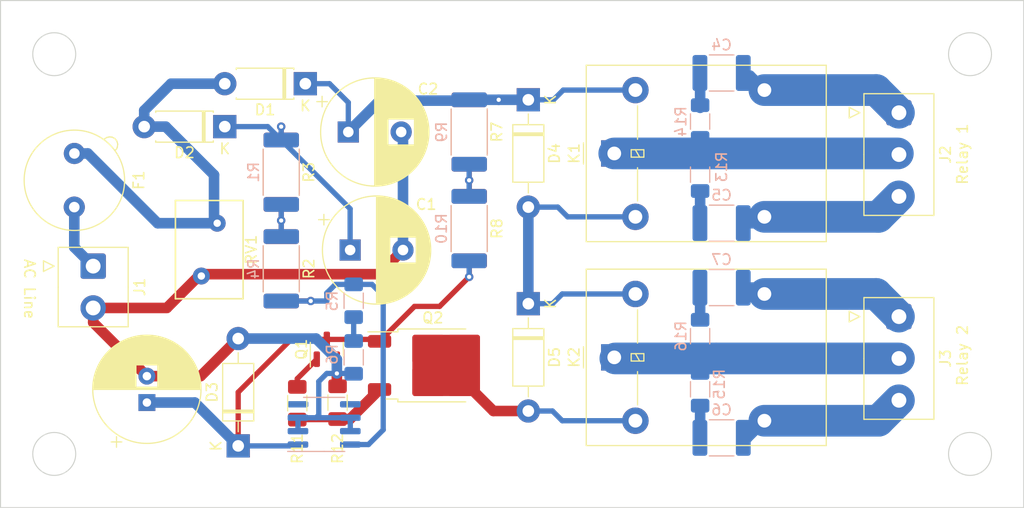
<source format=kicad_pcb>
(kicad_pcb (version 20221018) (generator pcbnew)
  (layers (0 "F.Cu" signal) (31 "B.Cu" signal) (34 "B.Paste" user) (35 "F.Paste" user) (36 "B.SilkS" user "B.Silkscreen") (37 "F.SilkS" user "F.Silkscreen") (38 "B.Mask" user) (39 "F.Mask" user) (44 "Edge.Cuts" user))
  (net 0 "")
  (net 1 "Net-(D1-K)")
  (net 2 "Net-(D3-A)")
  (net 3 "Net-(D3-K)")
  (net 4 "Net-(D1-A)")
  (net 5 "Net-(D2-K)")
  (net 6 "Net-(D4-A)")
  (net 7 "Net-(D5-A)")
  (net 8 "Net-(J2-Pin_1)")
  (net 9 "Net-(J2-Pin_2)")
  (net 10 "Net-(J2-Pin_3)")
  (net 11 "Net-(J3-Pin_1)")
  (net 12 "Net-(J3-Pin_2)")
  (net 13 "Net-(J3-Pin_3)")
  (net 14 "Net-(Q1-B)")
  (net 15 "Net-(Q2-S)")
  (net 16 "Net-(R1-Pad2)")
  (net 17 "Net-(U1-REF)")
  (net 18 "Net-(R5-Pad2)")
  (net 19 "Net-(R10-Pad1)")
  (net 20 "Net-(J1-Pin_1)")
  (net 21 "Net-(C5-Pad2)")
  (net 22 "Net-(C4-Pad2)")
  (net 23 "Net-(C6-Pad2)")
  (net 24 "Net-(C7-Pad2)")
  (footprint "Diode_THT:D_DO-41_SOD81_P10.16mm_Horizontal" (layer "F.Cu") (at 123.952 113.284 90)
    (fp_text reference "D3" (at 5.08 -2.47 90) (layer "F.SilkS"))
    (fp_text value "1N4742A")
    (fp_text user "K" (at 0 -2.1 90) (layer "F.SilkS"))
    (pad "1" thru_hole rect (at 0 0 90) (size 2.2 2.2) (drill 1.1) (layers "*.Cu" "*.Mask") (net 3 "Net-(D3-K)"))
    (pad "2" thru_hole oval (at 10.16 0 90) (size 2.2 2.2) (drill 1.1) (layers "*.Cu" "*.Mask") (net 2 "Net-(D3-A)"))
  )
  (footprint "Capacitor_THT:CP_Radial_D10.0mm_P5.00mm" (layer "F.Cu") (at 134.538323 94.742)
    (fp_text reference "C1" (at 7.193677 -4.318) (layer "F.SilkS"))
    (fp_text value "4u7")
    (pad "1" thru_hole rect (at 0 0) (size 2 2) (drill 1) (layers "*.Cu" "*.Mask") (net 5 "Net-(D2-K)"))
    (pad "2" thru_hole circle (at 5 0) (size 2 2) (drill 1) (layers "*.Cu" "*.Mask") (net 2 "Net-(D3-A)"))
  )
  (footprint "Resistor_SMD:R_2512_6332Metric_Pad1.40x3.35mm_HandSolder" (layer "F.Cu") (at 128.016 87.376 -90)
    (fp_text reference "R3" (at 0 -2.62 90) (layer "F.SilkS"))
    (fp_text value "560k")
    (pad "1" smd roundrect (at -3.05 0 270) (size 1.4 3.35) (layers "F.Cu" "F.Paste" "F.Mask") (roundrect_rratio 0.1785707143) (net 5 "Net-(D2-K)"))
    (pad "2" smd roundrect (at 3.05 0 270) (size 1.4 3.35) (layers "F.Cu" "F.Paste" "F.Mask") (roundrect_rratio 0.1785707143) (net 16 "Net-(R1-Pad2)"))
  )
  (footprint "Diode_THT:D_DO-41_SOD81_P7.62mm_Horizontal" (layer "F.Cu") (at 122.682 83.058 180)
    (fp_text reference "D2" (at 3.81 -2.47) (layer "F.SilkS"))
    (fp_text value "1N4007")
    (fp_text user "K" (at 0 -2.1) (layer "F.SilkS"))
    (pad "1" thru_hole rect (at 0 0 180) (size 2.2 2.2) (drill 1.1) (layers "*.Cu" "*.Mask") (net 5 "Net-(D2-K)"))
    (pad "2" thru_hole oval (at 7.62 0 180) (size 2.2 2.2) (drill 1.1) (layers "*.Cu" "*.Mask") (net 4 "Net-(D1-A)"))
  )
  (footprint "Resistor_SMD:R_1206_3216Metric_Pad1.30x1.75mm_HandSolder" (layer "F.Cu") (at 129.54 109.246 -90)
    (fp_text reference "R11" (at 4.292 0 -270) (layer "F.SilkS"))
    (fp_text value "100")
    (pad "1" smd roundrect (at -1.55 0 270) (size 1.3 1.75) (layers "F.Cu" "F.Paste" "F.Mask") (roundrect_rratio 0.1923076923) (net 14 "Net-(Q1-B)"))
    (pad "2" smd roundrect (at 1.55 0 270) (size 1.3 1.75) (layers "F.Cu" "F.Paste" "F.Mask") (roundrect_rratio 0.1923076923) (net 15 "Net-(Q2-S)"))
  )
  (footprint "Fuse:Fuseholder_TR5_Littelfuse_No560_No460" (layer "F.Cu") (at 108.448 90.678 90)
    (fp_text reference "F1" (at 2.54 6.106 90) (layer "F.SilkS"))
    (fp_text value "Fuse")
    (pad "1" thru_hole circle (at 0 0 90) (size 2 2) (drill 1) (layers "*.Cu" "*.Mask") (net 20 "Net-(J1-Pin_1)"))
    (pad "2" thru_hole circle (at 5.08 0.01 90) (size 2 2) (drill 1) (layers "*.Cu" "*.Mask") (net 4 "Net-(D1-A)"))
  )
  (footprint "Resistor_SMD:R_2512_6332Metric_Pad1.40x3.35mm_HandSolder" (layer "F.Cu") (at 145.8045 92.712 -90)
    (fp_text reference "R8" (at 0 -2.62 90) (layer "F.SilkS"))
    (fp_text value "100k")
    (pad "1" smd roundrect (at -3.05 0 270) (size 1.4 3.35) (layers "F.Cu" "F.Paste" "F.Mask") (roundrect_rratio 0.1785707143) (net 19 "Net-(R10-Pad1)"))
    (pad "2" smd roundrect (at 3.05 0 270) (size 1.4 3.35) (layers "F.Cu" "F.Paste" "F.Mask") (roundrect_rratio 0.1785707143) (net 3 "Net-(D3-K)"))
  )
  (footprint "Connector_TE-Connectivity:TE_826576-2_1x02_P3.96mm_Vertical" (layer "F.Cu") (at 110.236 96.266 -90)
    (fp_text reference "J1" (at 1.98 -4.4 90) (layer "F.SilkS"))
    (fp_text value "AC Line")
    (pad "1" thru_hole roundrect (at 0 0 270) (size 2.4 2.4) (drill 1.4) (layers "*.Cu" "*.Mask") (roundrect_rratio 0.1041670833) (net 20 "Net-(J1-Pin_1)"))
    (pad "2" thru_hole circle (at 3.96 0 270) (size 2.4 2.4) (drill 1.4) (layers "*.Cu" "*.Mask") (net 2 "Net-(D3-A)"))
  )
  (footprint "Diode_THT:D_DO-41_SOD81_P10.16mm_Horizontal" (layer "F.Cu") (at 151.3925 99.822 -90)
    (fp_text reference "D5" (at 5.08 -2.47 90) (layer "F.SilkS"))
    (fp_text value "1N4756A")
    (fp_text user "K" (at 0 -2.1 90) (layer "F.SilkS"))
    (pad "1" thru_hole rect (at 0 0 270) (size 2.2 2.2) (drill 1.1) (layers "*.Cu" "*.Mask") (net 6 "Net-(D4-A)"))
    (pad "2" thru_hole oval (at 10.16 0 270) (size 2.2 2.2) (drill 1.1) (layers "*.Cu" "*.Mask") (net 7 "Net-(D5-A)"))
  )
  (footprint "Resistor_SMD:R_2512_6332Metric_Pad1.40x3.35mm_HandSolder" (layer "F.Cu") (at 128.0245 96.518 -90)
    (fp_text reference "R2" (at 0 -2.62 90) (layer "F.SilkS"))
    (fp_text value "560k")
    (pad "1" smd roundrect (at -3.05 0 270) (size 1.4 3.35) (layers "F.Cu" "F.Paste" "F.Mask") (roundrect_rratio 0.1785707143) (net 16 "Net-(R1-Pad2)"))
    (pad "2" smd roundrect (at 3.05 0 270) (size 1.4 3.35) (layers "F.Cu" "F.Paste" "F.Mask") (roundrect_rratio 0.1785707143) (net 17 "Net-(U1-REF)"))
  )
  (footprint "Relay_THT:Relay_SPDT_Omron-G5LE-1" (layer "F.Cu") (at 159.5205 85.598 90)
    (fp_text reference "K1" (at 0 -3.8 90) (layer "F.SilkS"))
    (fp_text value "G5LE-1")
    (pad "1" thru_hole rect (at 0 0 90) (size 2.5 2.5) (drill 1.3) (layers "*.Cu" "*.Mask") (net 9 "Net-(J2-Pin_2)"))
    (pad "2" thru_hole oval (at -6 2 90) (size 2.5 2.5) (drill 1.3) (layers "*.Cu" "*.Mask") (net 6 "Net-(D4-A)"))
    (pad "3" thru_hole oval (at -6 14.2 90) (size 2.5 2.5) (drill 1.3) (layers "*.Cu" "*.Mask") (net 10 "Net-(J2-Pin_3)"))
    (pad "4" thru_hole oval (at 6 14.2 90) (size 2.5 2.5) (drill 1.3) (layers "*.Cu" "*.Mask") (net 8 "Net-(J2-Pin_1)"))
    (pad "5" thru_hole oval (at 6 2 90) (size 2.5 2.5) (drill 1.3) (layers "*.Cu" "*.Mask") (net 1 "Net-(D1-K)"))
  )
  (footprint "Diode_THT:D_DO-41_SOD81_P7.62mm_Horizontal" (layer "F.Cu") (at 130.302 78.994 180)
    (fp_text reference "D1" (at 3.81 -2.47) (layer "F.SilkS"))
    (fp_text value "1N4007")
    (fp_text user "K" (at 0 -2.1) (layer "F.SilkS"))
    (pad "1" thru_hole rect (at 0 0 180) (size 2.2 2.2) (drill 1.1) (layers "*.Cu" "*.Mask") (net 1 "Net-(D1-K)"))
    (pad "2" thru_hole oval (at 7.62 0 180) (size 2.2 2.2) (drill 1.1) (layers "*.Cu" "*.Mask") (net 4 "Net-(D1-A)"))
  )
  (footprint "Diode_THT:D_DO-41_SOD81_P10.16mm_Horizontal" (layer "F.Cu") (at 151.3925 80.518 -90)
    (fp_text reference "D4" (at 5.08 -2.47 90) (layer "F.SilkS"))
    (fp_text value "1N4756A")
    (fp_text user "K" (at 0 -2.1 90) (layer "F.SilkS"))
    (pad "1" thru_hole rect (at 0 0 270) (size 2.2 2.2) (drill 1.1) (layers "*.Cu" "*.Mask") (net 1 "Net-(D1-K)"))
    (pad "2" thru_hole oval (at 10.16 0 270) (size 2.2 2.2) (drill 1.1) (layers "*.Cu" "*.Mask") (net 6 "Net-(D4-A)"))
  )
  (footprint "Capacitor_THT:CP_Radial_D10.0mm_P2.50mm" (layer "F.Cu") (at 115.316 109.18 90)
    (fp_text reference "C3" hide)
    (fp_text value "100u")
    (pad "1" thru_hole rect (at 0 0 90) (size 1.6 1.6) (drill 0.8) (layers "*.Cu" "*.Mask") (net 3 "Net-(D3-K)"))
    (pad "2" thru_hole circle (at 2.5 0 90) (size 1.6 1.6) (drill 0.8) (layers "*.Cu" "*.Mask") (net 2 "Net-(D3-A)"))
  )
  (footprint "Package_TO_SOT_SMD:TO-252-2" (layer "F.Cu") (at 142.3615 105.665)
    (fp_text reference "Q2" (at 0 -4.5) (layer "F.SilkS"))
    (fp_text value "STD3NM60")
    (pad "1" smd roundrect (at -5.04 -2.28) (size 2.2 1.2) (layers "F.Cu" "F.Paste" "F.Mask") (roundrect_rratio 0.2083333333) (net 3 "Net-(D3-K)"))
    (pad "2" smd roundrect (at -0.415 -1.525) (size 3.05 2.75) (layers "F.Cu" "F.Paste") (roundrect_rratio 0.09090909091) (net 7 "Net-(D5-A)"))
    (pad "2" smd roundrect (at -0.415 1.525) (size 3.05 2.75) (layers "F.Cu" "F.Paste") (roundrect_rratio 0.09090909091) (net 7 "Net-(D5-A)"))
    (pad "2" smd roundrect (at 1.26 0) (size 6.4 5.8) (layers "F.Cu" "F.Mask") (roundrect_rratio 0.04310293103) (net 7 "Net-(D5-A)"))
    (pad "2" smd roundrect (at 2.935 -1.525) (size 3.05 2.75) (layers "F.Cu" "F.Paste") (roundrect_rratio 0.09090909091) (net 7 "Net-(D5-A)"))
    (pad "2" smd roundrect (at 2.935 1.525) (size 3.05 2.75) (layers "F.Cu" "F.Paste") (roundrect_rratio 0.09090909091) (net 7 "Net-(D5-A)"))
    (pad "3" smd roundrect (at -5.04 2.28) (size 2.2 1.2) (layers "F.Cu" "F.Paste" "F.Mask") (roundrect_rratio 0.2083333333) (net 15 "Net-(Q2-S)"))
  )
  (footprint "Relay_THT:Relay_SPDT_Omron-G5LE-1" (layer "F.Cu") (at 159.5205 104.902 90)
    (fp_text reference "K2" (at 0 -3.8 90) (layer "F.SilkS"))
    (fp_text value "G5LE-1")
    (pad "1" thru_hole rect (at 0 0 90) (size 2.5 2.5) (drill 1.3) (layers "*.Cu" "*.Mask") (net 12 "Net-(J3-Pin_2)"))
    (pad "2" thru_hole oval (at -6 2 90) (size 2.5 2.5) (drill 1.3) (layers "*.Cu" "*.Mask") (net 7 "Net-(D5-A)"))
    (pad "3" thru_hole oval (at -6 14.2 90) (size 2.5 2.5) (drill 1.3) (layers "*.Cu" "*.Mask") (net 13 "Net-(J3-Pin_3)"))
    (pad "4" thru_hole oval (at 6 14.2 90) (size 2.5 2.5) (drill 1.3) (layers "*.Cu" "*.Mask") (net 11 "Net-(J3-Pin_1)"))
    (pad "5" thru_hole oval (at 6 2 90) (size 2.5 2.5) (drill 1.3) (layers "*.Cu" "*.Mask") (net 6 "Net-(D4-A)"))
  )
  (footprint "Package_TO_SOT_SMD:SOT-23" (layer "F.Cu") (at 132.334 104.14 90)
    (fp_text reference "Q1" (at 0 -2.4 -270) (layer "F.SilkS"))
    (fp_text value "BC817")
    (pad "1" smd roundrect (at -0.9375 -0.95 90) (size 1.475 0.6) (layers "F.Cu" "F.Paste" "F.Mask") (net 14 "Net-(Q1-B)"))
    (pad "2" smd roundrect (at -0.9375 0.95 90) (size 1.475 0.6) (layers "F.Cu" "F.Paste" "F.Mask") (net 2 "Net-(D3-A)"))
    (pad "3" smd roundrect (at 0.9375 0 90) (size 1.475 0.6) (layers "F.Cu" "F.Paste" "F.Mask") (net 3 "Net-(D3-K)"))
  )
  (footprint "Varistor:RV_Disc_D9mm_W6.1mm_P5mm" (layer "F.Cu") (at 120.466 97.202 90)
    (fp_text reference "RV1" (at 2.5 4.72 90) (layer "F.SilkS"))
    (fp_text value "271")
    (pad "1" thru_hole circle (at 0 0 90) (size 1.6 1.6) (drill 0.7) (layers "*.Cu" "*.Mask") (net 2 "Net-(D3-A)"))
    (pad "2" thru_hole circle (at 5 1.5 180) (size 1.6 1.6) (drill 0.7) (layers "*.Cu" "*.Mask") (net 4 "Net-(D1-A)"))
  )
  (footprint "Resistor_SMD:R_1206_3216Metric_Pad1.30x1.75mm_HandSolder" (layer "F.Cu") (at 133.35 109.194 90)
    (fp_text reference "R12" (at -4.344 0 90) (layer "F.SilkS"))
    (fp_text value "82")
    (pad "1" smd roundrect (at -1.55 0 90) (size 1.3 1.75) (layers "F.Cu" "F.Paste" "F.Mask") (roundrect_rratio 0.1923076923) (net 15 "Net-(Q2-S)"))
    (pad "2" smd roundrect (at 1.55 0 90) (size 1.3 1.75) (layers "F.Cu" "F.Paste" "F.Mask") (roundrect_rratio 0.1923076923) (net 2 "Net-(D3-A)"))
  )
  (footprint "Capacitor_THT:CP_Radial_D10.0mm_P5.00mm" (layer "F.Cu") (at 134.366 83.566)
    (fp_text reference "C2" (at 7.54 -4.064) (layer "F.SilkS"))
    (fp_text value "4u7")
    (pad "1" thru_hole rect (at 0 0) (size 2 2) (drill 1) (layers "*.Cu" "*.Mask") (net 1 "Net-(D1-K)"))
    (pad "2" thru_hole circle (at 5 0) (size 2 2) (drill 1) (layers "*.Cu" "*.Mask") (net 2 "Net-(D3-A)"))
  )
  (footprint "Resistor_SMD:R_2512_6332Metric_Pad1.40x3.35mm_HandSolder" (layer "F.Cu") (at 145.796 83.566 -90)
    (fp_text reference "R7" (at 0 -2.62 90) (layer "F.SilkS"))
    (fp_text value "100k")
    (pad "1" smd roundrect (at -3.05 0 270) (size 1.4 3.35) (layers "F.Cu" "F.Paste" "F.Mask") (roundrect_rratio 0.1785707143) (net 1 "Net-(D1-K)"))
    (pad "2" smd roundrect (at 3.05 0 270) (size 1.4 3.35) (layers "F.Cu" "F.Paste" "F.Mask") (roundrect_rratio 0.1785707143) (net 19 "Net-(R10-Pad1)"))
  )
  (footprint "Connector_TE-Connectivity:TE_826576-3_1x03_P3.96mm_Vertical" (layer "F.Cu") (at 186.4445 81.742 -90)
    (fp_text reference "J2" (at 3.96 -4.4 90) (layer "F.SilkS"))
    (fp_text value "Conn_01x03")
    (pad "1" thru_hole roundrect (at 0 0 270) (size 2.4 2.4) (drill 1.4) (layers "*.Cu" "*.Mask") (roundrect_rratio 0.1041670833) (net 8 "Net-(J2-Pin_1)"))
    (pad "2" thru_hole circle (at 3.96 0 270) (size 2.4 2.4) (drill 1.4) (layers "*.Cu" "*.Mask") (net 9 "Net-(J2-Pin_2)"))
    (pad "3" thru_hole circle (at 7.92 0 270) (size 2.4 2.4) (drill 1.4) (layers "*.Cu" "*.Mask") (net 10 "Net-(J2-Pin_3)"))
  )
  (footprint "Connector_TE-Connectivity:TE_826576-3_1x03_P3.96mm_Vertical" (layer "F.Cu") (at 186.4445 101.046 -90)
    (fp_text reference "J3" (at 3.96 -4.4 90) (layer "F.SilkS"))
    (fp_text value "Conn_01x03")
    (pad "1" thru_hole roundrect (at 0 0 270) (size 2.4 2.4) (drill 1.4) (layers "*.Cu" "*.Mask") (roundrect_rratio 0.1041670833) (net 11 "Net-(J3-Pin_1)"))
    (pad "2" thru_hole circle (at 3.96 0 270) (size 2.4 2.4) (drill 1.4) (layers "*.Cu" "*.Mask") (net 12 "Net-(J3-Pin_2)"))
    (pad "3" thru_hole circle (at 7.92 0 270) (size 2.4 2.4) (drill 1.4) (layers "*.Cu" "*.Mask") (net 13 "Net-(J3-Pin_3)"))
  )
  (footprint "Resistor_SMD:R_1206_3216Metric_Pad1.30x1.75mm_HandSolder" (layer "B.Cu") (at 167.64 102.896 -90)
    (fp_text reference "R16" (at 0 1.82 90) (layer "B.SilkS") (effects (justify mirror)))
    (fp_text value "100")
    (pad "1" smd roundrect (at -1.55 0 270) (size 1.3 1.75) (layers "B.Cu" "B.Paste" "B.Mask") (roundrect_rratio 0.1923076923) (net 24 "Net-(C7-Pad2)"))
    (pad "2" smd roundrect (at 1.55 0 270) (size 1.3 1.75) (layers "B.Cu" "B.Paste" "B.Mask") (roundrect_rratio 0.1923076923) (net 12 "Net-(J3-Pin_2)"))
  )
  (footprint "Resistor_SMD:R_1206_3216Metric_Pad1.30x1.75mm_HandSolder" (layer "B.Cu") (at 134.874 99.542 -90)
    (fp_text reference "R5" (at 0.026 2.032 90) (layer "B.SilkS") (effects (justify mirror)))
    (fp_text value "6k8")
    (pad "1" smd roundrect (at -1.55 0 270) (size 1.3 1.75) (layers "B.Cu" "B.Paste" "B.Mask") (roundrect_rratio 0.1923076923) (net 17 "Net-(U1-REF)"))
    (pad "2" smd roundrect (at 1.55 0 270) (size 1.3 1.75) (layers "B.Cu" "B.Paste" "B.Mask") (roundrect_rratio 0.1923076923) (net 18 "Net-(R5-Pad2)"))
  )
  (footprint "Capacitor_SMD:C_1812_4532Metric" (layer "B.Cu") (at 169.672 77.978 180)
    (fp_text reference "C4" (at 0 2.65) (layer "B.SilkS") (effects (justify mirror)))
    (fp_text value "100n")
    (pad "1" smd roundrect (at -2.05 0 180) (size 1.4 3.4) (layers "B.Cu" "B.Paste" "B.Mask") (roundrect_rratio 0.1785707143) (net 8 "Net-(J2-Pin_1)"))
    (pad "2" smd roundrect (at 2.05 0 180) (size 1.4 3.4) (layers "B.Cu" "B.Paste" "B.Mask") (roundrect_rratio 0.1785707143) (net 22 "Net-(C4-Pad2)"))
  )
  (footprint "Resistor_SMD:R_1206_3216Metric_Pad1.30x1.75mm_HandSolder" (layer "B.Cu") (at 167.64 87.604 90)
    (fp_text reference "R13" (at 0.736 2.032 90) (layer "B.SilkS") (effects (justify mirror)))
    (fp_text value "100")
    (pad "1" smd roundrect (at -1.55 0 90) (size 1.3 1.75) (layers "B.Cu" "B.Paste" "B.Mask") (roundrect_rratio 0.1923076923) (net 21 "Net-(C5-Pad2)"))
    (pad "2" smd roundrect (at 1.55 0 90) (size 1.3 1.75) (layers "B.Cu" "B.Paste" "B.Mask") (roundrect_rratio 0.1923076923) (net 9 "Net-(J2-Pin_2)"))
  )
  (footprint "Resistor_SMD:R_1206_3216Metric_Pad1.30x1.75mm_HandSolder" (layer "B.Cu") (at 167.64 107.924 90)
    (fp_text reference "R15" (at 0.482 1.82 90) (layer "B.SilkS") (effects (justify mirror)))
    (fp_text value "100")
    (pad "1" smd roundrect (at -1.55 0 90) (size 1.3 1.75) (layers "B.Cu" "B.Paste" "B.Mask") (roundrect_rratio 0.1923076923) (net 23 "Net-(C6-Pad2)"))
    (pad "2" smd roundrect (at 1.55 0 90) (size 1.3 1.75) (layers "B.Cu" "B.Paste" "B.Mask") (roundrect_rratio 0.1923076923) (net 12 "Net-(J3-Pin_2)"))
  )
  (footprint "Resistor_SMD:R_1206_3216Metric_Pad1.30x1.75mm_HandSolder" (layer "B.Cu") (at 134.874 104.902 -90)
    (fp_text reference "R6" (at -0.28 2.032 90) (layer "B.SilkS") (effects (justify mirror)))
    (fp_text value "470")
    (pad "1" smd roundrect (at -1.55 0 270) (size 1.3 1.75) (layers "B.Cu" "B.Paste" "B.Mask") (roundrect_rratio 0.1923076923) (net 18 "Net-(R5-Pad2)"))
    (pad "2" smd roundrect (at 1.55 0 270) (size 1.3 1.75) (layers "B.Cu" "B.Paste" "B.Mask") (roundrect_rratio 0.1923076923) (net 2 "Net-(D3-A)"))
  )
  (footprint "Package_SO:SOIC-8_3.9x4.9mm_P1.27mm" (layer "B.Cu") (at 132.08 111.252)
    (fp_text reference "U1" hide)
    (fp_text value "TL431D")
    (pad "1" smd roundrect (at -2.475 1.905) (size 1.95 0.6) (layers "B.Cu" "B.Paste" "B.Mask") (net 3 "Net-(D3-K)"))
    (pad "2" smd roundrect (at -2.475 0.635) (size 1.95 0.6) (layers "B.Cu" "B.Paste" "B.Mask") (net 2 "Net-(D3-A)"))
    (pad "3" smd roundrect (at -2.475 -0.635) (size 1.95 0.6) (layers "B.Cu" "B.Paste" "B.Mask") (net 2 "Net-(D3-A)"))
    (pad "4" smd roundrect (at -2.475 -1.905) (size 1.95 0.6) (layers "B.Cu" "B.Paste" "B.Mask"))
    (pad "5" smd roundrect (at 2.475 -1.905) (size 1.95 0.6) (layers "B.Cu" "B.Paste" "B.Mask"))
    (pad "6" smd roundrect (at 2.475 -0.635) (size 1.95 0.6) (layers "B.Cu" "B.Paste" "B.Mask") (net 2 "Net-(D3-A)"))
    (pad "7" smd roundrect (at 2.475 0.635) (size 1.95 0.6) (layers "B.Cu" "B.Paste" "B.Mask") (net 2 "Net-(D3-A)"))
    (pad "8" smd roundrect (at 2.475 1.905) (size 1.95 0.6) (layers "B.Cu" "B.Paste" "B.Mask") (net 17 "Net-(U1-REF)"))
  )
  (footprint "Resistor_SMD:R_1206_3216Metric_Pad1.30x1.75mm_HandSolder" (layer "B.Cu") (at 167.64 82.576 -90)
    (fp_text reference "R14" (at 0 1.82 90) (layer "B.SilkS") (effects (justify mirror)))
    (fp_text value "100")
    (pad "1" smd roundrect (at -1.55 0 270) (size 1.3 1.75) (layers "B.Cu" "B.Paste" "B.Mask") (roundrect_rratio 0.1923076923) (net 22 "Net-(C4-Pad2)"))
    (pad "2" smd roundrect (at 1.55 0 270) (size 1.3 1.75) (layers "B.Cu" "B.Paste" "B.Mask") (roundrect_rratio 0.1923076923) (net 9 "Net-(J2-Pin_2)"))
  )
  (footprint "Resistor_SMD:R_2512_6332Metric_Pad1.40x3.35mm_HandSolder" (layer "B.Cu") (at 145.796 92.712 -90)
    (fp_text reference "R10" (at 0 2.62 90) (layer "B.SilkS") (effects (justify mirror)))
    (fp_text value "100k")
    (pad "1" smd roundrect (at -3.05 0 270) (size 1.4 3.35) (layers "B.Cu" "B.Paste" "B.Mask") (roundrect_rratio 0.1785707143) (net 19 "Net-(R10-Pad1)"))
    (pad "2" smd roundrect (at 3.05 0 270) (size 1.4 3.35) (layers "B.Cu" "B.Paste" "B.Mask") (roundrect_rratio 0.1785707143) (net 3 "Net-(D3-K)"))
  )
  (footprint "Resistor_SMD:R_2512_6332Metric_Pad1.40x3.35mm_HandSolder" (layer "B.Cu") (at 145.8045 83.568 -90)
    (fp_text reference "R9" (at 0 2.62 90) (layer "B.SilkS") (effects (justify mirror)))
    (fp_text value "100k")
    (pad "1" smd roundrect (at -3.05 0 270) (size 1.4 3.35) (layers "B.Cu" "B.Paste" "B.Mask") (roundrect_rratio 0.1785707143) (net 1 "Net-(D1-K)"))
    (pad "2" smd roundrect (at 3.05 0 270) (size 1.4 3.35) (layers "B.Cu" "B.Paste" "B.Mask") (roundrect_rratio 0.1785707143) (net 19 "Net-(R10-Pad1)"))
  )
  (footprint "Capacitor_SMD:C_1812_4532Metric" (layer "B.Cu") (at 169.672 92.202 180)
    (fp_text reference "C5" (at 0 2.65) (layer "B.SilkS") (effects (justify mirror)))
    (fp_text value "100n")
    (pad "1" smd roundrect (at -2.05 0 180) (size 1.4 3.4) (layers "B.Cu" "B.Paste" "B.Mask") (roundrect_rratio 0.1785707143) (net 10 "Net-(J2-Pin_3)"))
    (pad "2" smd roundrect (at 2.05 0 180) (size 1.4 3.4) (layers "B.Cu" "B.Paste" "B.Mask") (roundrect_rratio 0.1785707143) (net 21 "Net-(C5-Pad2)"))
  )
  (footprint "Capacitor_SMD:C_1812_4532Metric" (layer "B.Cu") (at 169.672 98.298 180)
    (fp_text reference "C7" (at 0 2.65) (layer "B.SilkS") (effects (justify mirror)))
    (fp_text value "100n")
    (pad "1" smd roundrect (at -2.05 0 180) (size 1.4 3.4) (layers "B.Cu" "B.Paste" "B.Mask") (roundrect_rratio 0.1785707143) (net 11 "Net-(J3-Pin_1)"))
    (pad "2" smd roundrect (at 2.05 0 180) (size 1.4 3.4) (layers "B.Cu" "B.Paste" "B.Mask") (roundrect_rratio 0.1785707143) (net 24 "Net-(C7-Pad2)"))
  )
  (footprint "Capacitor_SMD:C_1812_4532Metric" (layer "B.Cu") (at 169.672 112.522 180)
    (fp_text reference "C6" (at 0 2.65) (layer "B.SilkS") (effects (justify mirror)))
    (fp_text value "100n")
    (pad "1" smd roundrect (at -2.05 0 180) (size 1.4 3.4) (layers "B.Cu" "B.Paste" "B.Mask") (roundrect_rratio 0.1785707143) (net 13 "Net-(J3-Pin_3)"))
    (pad "2" smd roundrect (at 2.05 0 180) (size 1.4 3.4) (layers "B.Cu" "B.Paste" "B.Mask") (roundrect_rratio 0.1785707143) (net 23 "Net-(C6-Pad2)"))
  )
  (footprint "Resistor_SMD:R_2512_6332Metric_Pad1.40x3.35mm_HandSolder" (layer "B.Cu") (at 128.0245 87.374 -90)
    (fp_text reference "R1" (at 0 2.62 90) (layer "B.SilkS") (effects (justify mirror)))
    (fp_text value "560k")
    (pad "1" smd roundrect (at -3.05 0 270) (size 1.4 3.35) (layers "B.Cu" "B.Paste" "B.Mask") (roundrect_rratio 0.1785707143) (net 5 "Net-(D2-K)"))
    (pad "2" smd roundrect (at 3.05 0 270) (size 1.4 3.35) (layers "B.Cu" "B.Paste" "B.Mask") (roundrect_rratio 0.1785707143) (net 16 "Net-(R1-Pad2)"))
  )
  (footprint "Resistor_SMD:R_2512_6332Metric_Pad1.40x3.35mm_HandSolder" (layer "B.Cu") (at 128.0245 96.518 -90)
    (fp_text reference "R4" (at 0 2.62 90) (layer "B.SilkS") (effects (justify mirror)))
    (fp_text value "560k")
    (pad "1" smd roundrect (at -3.05 0 270) (size 1.4 3.35) (layers "B.Cu" "B.Paste" "B.Mask") (roundrect_rratio 0.1785707143) (net 16 "Net-(R1-Pad2)"))
    (pad "2" smd roundrect (at 3.05 0 270) (size 1.4 3.35) (layers "B.Cu" "B.Paste" "B.Mask") (roundrect_rratio 0.1785707143) (net 17 "Net-(U1-REF)"))
  )
  (gr_circle (center 193.167 114.046) (end 191.135 114.046) (stroke (width 0.1)) (fill none) (layer "Edge.Cuts"))
  (gr_circle (center 106.553 76.2) (end 108.585 76.2) (stroke (width 0.1)) (fill none) (layer "Edge.Cuts"))
  (gr_circle (center 193.167 76.2) (end 193.167 78.232) (stroke (width 0.1)) (fill none) (layer "Edge.Cuts"))
  (gr_rect (start 101.473 71.12) (end 198.247 119.126) (stroke (width 0.1)) (fill none) (layer "Edge.Cuts"))
  (gr_circle (center 106.553 114.046) (end 106.553 112.014) (stroke (width 0.1)) (fill none) (layer "Edge.Cuts"))
  (gr_text "Relay 1" (at 193.04 88.646 90) (layer "F.SilkS") (effects (font (size 1 1)) (justify left bottom)))
  (gr_text "AC Line" (at 103.632 95.504 -90) (layer "F.SilkS") (effects (font (size 1 1)) (justify left bottom)))
  (gr_text "Relay 2" (at 193.04 107.696 90) (layer "F.SilkS") (effects (font (size 1 1)) (justify left bottom)))
  (segment (start 148.59 80.518) (end 145.796 80.518) (width 0.5) (layer "F.Cu") (net 1))
  (via (at 148.59 80.518) (size 0.8) (drill 0.4) (layers "F.Cu" "B.Cu") (net 1))
  (segment (start 154.6945 79.598) (end 153.7745 80.518) (width 0.5) (layer "B.Cu") (net 1))
  (segment (start 153.7745 80.518) (end 151.3925 80.518) (width 0.5) (layer "B.Cu") (net 1))
  (segment (start 134.366 83.566) (end 137.334 80.598) (width 1) (layer "B.Cu") (net 1))
  (segment (start 132.588 78.994) (end 130.302 78.994) (width 0.5) (layer "B.Cu") (net 1))
  (segment (start 148.59 80.518) (end 151.3925 80.518) (width 1) (layer "B.Cu") (net 1))
  (segment (start 154.6945 79.598) (end 161.5205 79.598) (width 0.5) (layer "B.Cu") (net 1))
  (segment (start 134.366 83.566) (end 134.366 80.772) (width 0.5) (layer "B.Cu") (net 1))
  (segment (start 145.8045 80.518) (end 148.59 80.518) (width 1) (layer "B.Cu") (net 1))
  (segment (start 137.334 80.598) (end 145.7245 80.598) (width 1) (layer "B.Cu") (net 1))
  (segment (start 145.7245 80.598) (end 145.8045 80.518) (width 0.5) (layer "B.Cu") (net 1))
  (segment (start 134.366 80.772) (end 132.588 78.994) (width 0.5) (layer "B.Cu") (net 1))
  (segment (start 133.284 106.426) (end 133.284 105.0775) (width 0.5) (layer "F.Cu") (net 2))
  (segment (start 120.396 106.68) (end 123.952 103.124) (width 1) (layer "F.Cu") (net 2))
  (segment (start 133.284 107.578) (end 133.35 107.644) (width 0.5) (layer "F.Cu") (net 2))
  (segment (start 137.252323 97.028) (end 139.538323 94.742) (width 1) (layer "F.Cu") (net 2))
  (segment (start 110.236 100.226) (end 117.198 100.226) (width 1) (layer "F.Cu") (net 2))
  (segment (start 110.236 101.6) (end 115.316 106.68) (width 1) (layer "F.Cu") (net 2))
  (segment (start 110.236 100.226) (end 110.236 101.6) (width 1) (layer "F.Cu") (net 2))
  (segment (start 115.316 106.68) (end 120.396 106.68) (width 1) (layer "F.Cu") (net 2))
  (segment (start 133.284 106.426) (end 133.284 107.578) (width 1) (layer "F.Cu") (net 2))
  (segment (start 117.198 100.226) (end 120.396 97.028) (width 1) (layer "F.Cu") (net 2))
  (segment (start 120.396 97.028) (end 137.252323 97.028) (width 1) (layer "F.Cu") (net 2))
  (via (at 133.284 106.426) (size 0.8) (drill 0.4) (layers "F.Cu" "B.Cu") (net 2))
  (segment (start 133.284 106.426) (end 133.284 105.09) (width 1) (layer "B.Cu") (net 2))
  (segment (start 134.848 106.426) (end 134.874 106.452) (width 0.5) (layer "B.Cu") (net 2))
  (segment (start 139.538323 83.738323) (end 139.366 83.566) (width 0.5) (layer "B.Cu") (net 2))
  (segment (start 129.605 110.617) (end 131.318 110.617) (width 0.5) (layer "B.Cu") (net 2))
  (segment (start 131.572 110.363) (end 131.318 110.617) (width 0.5) (layer "B.Cu") (net 2))
  (segment (start 133.284 106.426) (end 132.334 106.426) (width 0.5) (layer "B.Cu") (net 2))
  (segment (start 132.334 106.426) (end 131.572 107.188) (width 0.5) (layer "B.Cu") (net 2))
  (segment (start 139.538323 94.742) (end 139.538323 83.738323) (width 1) (layer "B.Cu") (net 2))
  (segment (start 131.572 107.188) (end 131.572 110.363) (width 0.5) (layer "B.Cu") (net 2))
  (segment (start 133.284 105.09) (end 131.318 103.124) (width 1) (layer "B.Cu") (net 2))
  (segment (start 131.318 103.124) (end 123.952 103.124) (width 1) (layer "B.Cu") (net 2))
  (segment (start 129.605 111.887) (end 129.605 110.617) (width 0.5) (layer "B.Cu") (net 2))
  (segment (start 134.555 111.887) (end 134.555 110.617) (width 0.5) (layer "B.Cu") (net 2))
  (segment (start 133.284 106.426) (end 134.848 106.426) (width 0.5) (layer "B.Cu") (net 2))
  (segment (start 131.318 110.617) (end 134.555 110.617) (width 0.5) (layer "B.Cu") (net 2))
  (segment (start 145.8045 97.2735) (end 145.8045 95.762) (width 0.5) (layer "F.Cu") (net 3))
  (segment (start 132.334 103.2025) (end 128.9535 103.2025) (width 0.5) (layer "F.Cu") (net 3))
  (segment (start 123.952 108.204) (end 123.952 113.284) (width 0.5) (layer "F.Cu") (net 3))
  (segment (start 128.9535 103.2025) (end 123.952 108.204) (width 0.5) (layer "F.Cu") (net 3))
  (segment (start 143.002 100.076) (end 145.796 97.282) (width 0.5) (layer "F.Cu") (net 3))
  (segment (start 145.796 97.282) (end 145.8045 97.2735) (width 0.5) (layer "F.Cu") (net 3))
  (segment (start 137.3215 103.385) (end 140.6305 100.076) (width 0.5) (layer "F.Cu") (net 3))
  (segment (start 140.6305 100.076) (end 143.002 100.076) (width 0.5) (layer "F.Cu") (net 3))
  (segment (start 137.139 103.2025) (end 137.3215 103.385) (width 0.5) (layer "F.Cu") (net 3))
  (segment (start 132.334 103.2025) (end 137.139 103.2025) (width 0.5) (layer "F.Cu") (net 3))
  (via (at 145.796 97.282) (size 0.8) (drill 0.4) (layers "F.Cu" "B.Cu") (net 3))
  (segment (start 129.478 113.284) (end 129.605 113.157) (width 0.5) (layer "B.Cu") (net 3))
  (segment (start 145.796 95.762) (end 145.796 97.282) (width 0.5) (layer "B.Cu") (net 3))
  (segment (start 115.316 109.18) (end 119.848 109.18) (width 1) (layer "B.Cu") (net 3))
  (segment (start 123.952 113.284) (end 129.478 113.284) (width 0.5) (layer "B.Cu") (net 3))
  (segment (start 119.848 109.18) (end 123.952 113.284) (width 1) (layer "B.Cu") (net 3))
  (segment (start 115.062 81.534) (end 117.602 78.994) (width 1) (layer "B.Cu") (net 4))
  (segment (start 109.728 85.598) (end 116.332 92.202) (width 1) (layer "B.Cu") (net 4))
  (segment (start 117.094 83.058) (end 121.666 87.63) (width 1) (layer "B.Cu") (net 4))
  (segment (start 121.666 87.63) (end 121.666 92.202) (width 1) (layer "B.Cu") (net 4))
  (segment (start 117.602 78.994) (end 122.682 78.994) (width 1) (layer "B.Cu") (net 4))
  (segment (start 115.062 83.058) (end 117.094 83.058) (width 1) (layer "B.Cu") (net 4))
  (segment (start 115.062 83.058) (end 115.062 81.534) (width 1) (layer "B.Cu") (net 4))
  (segment (start 108.458 85.598) (end 109.728 85.598) (width 1) (layer "B.Cu") (net 4))
  (segment (start 116.332 92.202) (end 121.666 92.202) (width 1) (layer "B.Cu") (net 4))
  (segment (start 128.016 83.058) (end 128.016 84.326) (width 0.5) (layer "F.Cu") (net 5))
  (via (at 128.016 83.058) (size 0.8) (drill 0.4) (layers "F.Cu" "B.Cu") (net 5))
  (segment (start 128.016 83.058) (end 128.0245 83.0665) (width 0.5) (layer "B.Cu") (net 5))
  (segment (start 134.538323 90.837823) (end 134.538323 94.742) (width 0.5) (layer "B.Cu") (net 5))
  (segment (start 128.0205 84.328) (end 128.0245 84.324) (width 0.5) (layer "B.Cu") (net 5))
  (segment (start 126.748 83.058) (end 128.016 84.326) (width 0.5) (layer "B.Cu") (net 5))
  (segment (start 128.0245 84.324) (end 134.538323 90.837823) (width 0.5) (layer "B.Cu") (net 5))
  (segment (start 122.682 83.058) (end 126.748 83.058) (width 0.5) (layer "B.Cu") (net 5))
  (segment (start 128.0245 84.324) (end 128.016 83.058) (width 0.5) (layer "B.Cu") (net 5))
  (segment (start 151.3925 90.678) (end 154.1865 90.678) (width 0.5) (layer "B.Cu") (net 6))
  (segment (start 151.3925 99.822) (end 151.3925 90.678) (width 1) (layer "B.Cu") (net 6))
  (segment (start 155.1065 91.598) (end 161.5205 91.598) (width 0.5) (layer "B.Cu") (net 6))
  (segment (start 154.5985 98.902) (end 153.6785 99.822) (width 0.5) (layer "B.Cu") (net 6))
  (segment (start 154.1865 90.678) (end 155.1065 91.598) (width 0.5) (layer "B.Cu") (net 6))
  (segment (start 161.5205 98.902) (end 154.5985 98.902) (width 0.5) (layer "B.Cu") (net 6))
  (segment (start 153.6785 99.822) (end 151.3925 99.822) (width 0.5) (layer "B.Cu") (net 6))
  (segment (start 145.2965 107.19) (end 148.0885 109.982) (width 1) (layer "F.Cu") (net 7))
  (segment (start 148.0885 109.982) (end 151.3925 109.982) (width 1) (layer "F.Cu") (net 7))
  (segment (start 154.5985 110.902) (end 161.5205 110.902) (width 0.5) (layer "B.Cu") (net 7))
  (segment (start 153.6785 109.982) (end 154.5985 110.902) (width 0.5) (layer "B.Cu") (net 7))
  (segment (start 151.3925 109.982) (end 153.6785 109.982) (width 0.5) (layer "B.Cu") (net 7))
  (segment (start 184.3005 79.598) (end 186.4445 81.742) (width 3) (layer "B.Cu") (net 8))
  (segment (start 173.7205 79.598) (end 184.3005 79.598) (width 3) (layer "B.Cu") (net 8))
  (segment (start 171.722 78.232) (end 172.3545 78.232) (width 1) (layer "B.Cu") (net 8))
  (segment (start 172.3545 78.232) (end 173.7205 79.598) (width 1) (layer "B.Cu") (net 8))
  (segment (start 159.5205 85.598) (end 186.3405 85.598) (width 3) (layer "B.Cu") (net 9))
  (segment (start 186.3405 85.598) (end 186.4445 85.702) (width 0.5) (layer "B.Cu") (net 9))
  (segment (start 167.64 86.054) (end 167.64 85.396) (width 1) (layer "B.Cu") (net 9))
  (segment (start 184.5085 91.598) (end 186.4445 89.662) (width 3) (layer "B.Cu") (net 10))
  (segment (start 173.1165 92.202) (end 173.7205 91.598) (width 1) (layer "B.Cu") (net 10))
  (segment (start 171.722 92.202) (end 173.1165 92.202) (width 1) (layer "B.Cu") (net 10))
  (segment (start 173.7205 91.598) (end 184.5085 91.598) (width 3) (layer "B.Cu") (net 10))
  (segment (start 173.7205 98.902) (end 184.3005 98.902) (width 3) (layer "B.Cu") (net 11))
  (segment (start 171.722 98.298) (end 173.1165 98.298) (width 1) (layer "B.Cu") (net 11))
  (segment (start 173.1165 98.298) (end 173.7205 98.902) (width 1) (layer "B.Cu") (net 11))
  (segment (start 184.3005 98.902) (end 186.4445 101.046) (width 3) (layer "B.Cu") (net 11))
  (segment (start 169.164 105.006) (end 159.6245 105.006) (width 3) (layer "B.Cu") (net 12))
  (segment (start 168.812 105.358) (end 169.164 105.006) (width 1) (layer "B.Cu") (net 12))
  (segment (start 159.6245 105.006) (end 159.5205 104.902) (width 0.5) (layer "B.Cu") (net 12))
  (segment (start 186.4445 105.006) (end 169.164 105.006) (width 3) (layer "B.Cu") (net 12))
  (segment (start 167.64 105.358) (end 168.812 105.358) (width 1) (layer "B.Cu") (net 12))
  (segment (start 167.64 104.446) (end 167.64 105.358) (width 1) (layer "B.Cu") (net 12))
  (segment (start 184.5085 110.902) (end 186.4445 108.966) (width 3) (layer "B.Cu") (net 13))
  (segment (start 172.1005 112.522) (end 173.7205 110.902) (width 1) (layer "B.Cu") (net 13))
  (segment (start 171.722 112.522) (end 172.1005 112.522) (width 1) (layer "B.Cu") (net 13))
  (segment (start 173.7205 110.902) (end 184.5085 110.902) (width 3) (layer "B.Cu") (net 13))
  (segment (start 129.54 107.696) (end 129.54 106.9215) (width 0.5) (layer "F.Cu") (net 14))
  (segment (start 129.54 106.9215) (end 131.384 105.0775) (width 0.5) (layer "F.Cu") (net 14))
  (segment (start 134.5225 110.744) (end 137.3215 107.945) (width 1) (layer "F.Cu") (net 15))
  (segment (start 129.54 110.796) (end 133.298 110.796) (width 0.5) (layer "F.Cu") (net 15))
  (segment (start 133.298 110.796) (end 133.35 110.744) (width 0.5) (layer "F.Cu") (net 15))
  (segment (start 133.35 110.744) (end 134.5225 110.744) (width 1) (layer "F.Cu") (net 15))
  (segment (start 128.016 93.4595) (end 128.0245 93.468) (width 0.5) (layer "F.Cu") (net 16))
  (segment (start 128.016 91.948) (end 128.016 93.4595) (width 0.5) (layer "F.Cu") (net 16))
  (segment (start 128.016 91.948) (end 128.016 90.426) (width 0.5) (layer "F.Cu") (net 16))
  (via (at 128.016 91.948) (size 0.8) (drill 0.4) (layers "F.Cu" "B.Cu") (net 16))
  (segment (start 128.016 91.948) (end 128.0245 91.9395) (width 0.5) (layer "B.Cu") (net 16))
  (segment (start 128.0245 91.9565) (end 128.016 91.948) (width 0.5) (layer "B.Cu") (net 16))
  (segment (start 128.0245 91.9395) (end 128.0245 90.424) (width 0.5) (layer "B.Cu") (net 16))
  (segment (start 128.0205 93.472) (end 128.0245 93.468) (width 0.5) (layer "B.Cu") (net 16))
  (segment (start 128.0245 93.468) (end 128.0245 91.9565) (width 0.5) (layer "B.Cu") (net 16))
  (segment (start 130.81 99.568) (end 128.0245 99.568) (width 0.5) (layer "F.Cu") (net 17))
  (via (at 130.81 99.568) (size 0.8) (drill 0.4) (layers "F.Cu" "B.Cu") (net 17))
  (segment (start 133.148 97.992) (end 132.334 98.806) (width 0.5) (layer "B.Cu") (net 17))
  (segment (start 134.555 113.157) (end 136.271 113.157) (width 0.5) (layer "B.Cu") (net 17))
  (segment (start 130.81 99.568) (end 128.0245 99.568) (width 0.5) (layer "B.Cu") (net 17))
  (segment (start 128.0205 99.572) (end 128.0245 99.568) (width 0.5) (layer "B.Cu") (net 17))
  (segment (start 136.6 97.992) (end 133.148 97.992) (width 0.5) (layer "B.Cu") (net 17))
  (segment (start 137.668 111.76) (end 137.668 99.06) (width 0.5) (layer "B.Cu") (net 17))
  (segment (start 136.271 113.157) (end 137.668 111.76) (width 0.5) (layer "B.Cu") (net 17))
  (segment (start 132.334 98.806) (end 132.334 99.568) (width 0.5) (layer "B.Cu") (net 17))
  (segment (start 132.334 99.568) (end 130.81 99.568) (width 0.5) (layer "B.Cu") (net 17))
  (segment (start 137.668 99.06) (end 136.6 97.992) (width 0.5) (layer "B.Cu") (net 17))
  (segment (start 134.874 101.092) (end 134.874 103.352) (width 0.5) (layer "B.Cu") (net 18))
  (segment (start 145.8045 88.1465) (end 145.796 88.138) (width 0.5) (layer "F.Cu") (net 19))
  (segment (start 145.8045 89.662) (end 145.8045 88.1465) (width 0.5) (layer "F.Cu") (net 19))
  (segment (start 145.796 86.618) (end 145.796 88.138) (width 0.5) (layer "F.Cu") (net 19))
  (via (at 145.796 88.138) (size 0.8) (drill 0.4) (layers "F.Cu" "B.Cu") (net 19))
  (segment (start 145.796 89.662) (end 145.796 88.138) (width 0.5) (layer "B.Cu") (net 19))
  (segment (start 145.796 88.138) (end 145.796 86.6265) (width 0.5) (layer "B.Cu") (net 19))
  (segment (start 145.796 86.6265) (end 145.8045 86.618) (width 0.5) (layer "B.Cu") (net 19))
  (segment (start 108.448 94.478) (end 110.236 96.266) (width 1) (layer "B.Cu") (net 20))
  (segment (start 108.448 90.678) (end 108.448 94.478) (width 1) (layer "B.Cu") (net 20))
  (segment (start 167.64 89.154) (end 167.64 92.184) (width 1) (layer "B.Cu") (net 21))
  (segment (start 167.64 92.184) (end 167.622 92.202) (width 1) (layer "B.Cu") (net 21))
  (segment (start 167.64 81.28) (end 167.64 79.266) (width 1) (layer "B.Cu") (net 22))
  (segment (start 167.64 79.266) (end 167.622 79.248) (width 1) (layer "B.Cu") (net 22))
  (segment (start 167.64 109.474) (end 167.64 111.488) (width 1) (layer "B.Cu") (net 23))
  (segment (start 167.64 111.488) (end 167.622 111.506) (width 1) (layer "B.Cu") (net 23))
  (segment (start 167.64 101.346) (end 167.64 98.316) (width 1) (layer "B.Cu") (net 24))
  (segment (start 167.64 98.316) (end 167.622 98.298) (width 1) (layer "B.Cu") (net 24))
)
</source>
